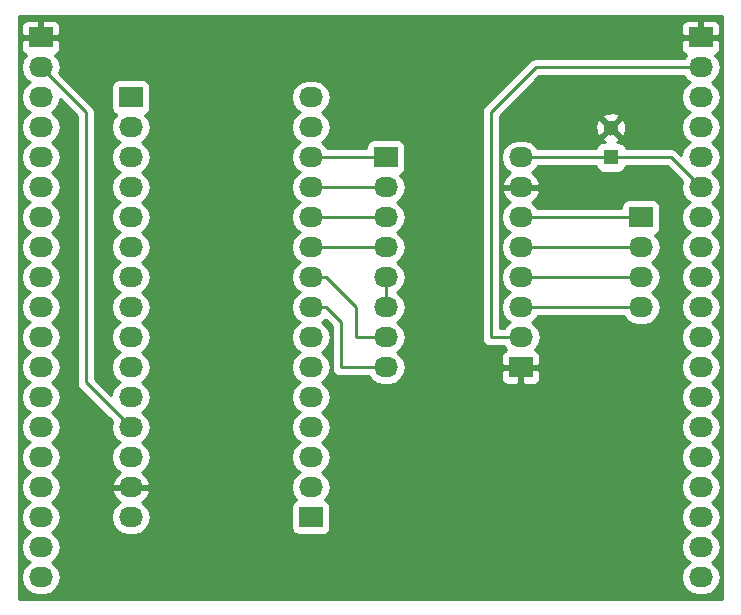
<source format=gbr>
G04 #@! TF.FileFunction,Copper,L1,Top,Signal*
%FSLAX46Y46*%
G04 Gerber Fmt 4.6, Leading zero omitted, Abs format (unit mm)*
G04 Created by KiCad (PCBNEW 4.0.3+e1-6302~38~ubuntu16.04.1-stable) date Tue Aug 16 16:01:47 2016*
%MOMM*%
%LPD*%
G01*
G04 APERTURE LIST*
%ADD10C,0.100000*%
%ADD11R,1.300000X1.300000*%
%ADD12C,1.300000*%
%ADD13R,2.032000X1.727200*%
%ADD14O,2.032000X1.727200*%
%ADD15C,0.250000*%
%ADD16C,0.254000*%
G04 APERTURE END LIST*
D10*
D11*
X99060000Y-66040000D03*
D12*
X99060000Y-63540000D03*
D13*
X50800000Y-55880000D03*
D14*
X50800000Y-58420000D03*
X50800000Y-60960000D03*
X50800000Y-63500000D03*
X50800000Y-66040000D03*
X50800000Y-68580000D03*
X50800000Y-71120000D03*
X50800000Y-73660000D03*
X50800000Y-76200000D03*
X50800000Y-78740000D03*
X50800000Y-81280000D03*
X50800000Y-83820000D03*
X50800000Y-86360000D03*
X50800000Y-88900000D03*
X50800000Y-91440000D03*
X50800000Y-93980000D03*
X50800000Y-96520000D03*
X50800000Y-99060000D03*
X50800000Y-101600000D03*
D13*
X58420000Y-60960000D03*
D14*
X58420000Y-63500000D03*
X58420000Y-66040000D03*
X58420000Y-68580000D03*
X58420000Y-71120000D03*
X58420000Y-73660000D03*
X58420000Y-76200000D03*
X58420000Y-78740000D03*
X58420000Y-81280000D03*
X58420000Y-83820000D03*
X58420000Y-86360000D03*
X58420000Y-88900000D03*
X58420000Y-91440000D03*
X58420000Y-93980000D03*
X58420000Y-96520000D03*
D13*
X73660000Y-96520000D03*
D14*
X73660000Y-93980000D03*
X73660000Y-91440000D03*
X73660000Y-88900000D03*
X73660000Y-86360000D03*
X73660000Y-83820000D03*
X73660000Y-81280000D03*
X73660000Y-78740000D03*
X73660000Y-76200000D03*
X73660000Y-73660000D03*
X73660000Y-71120000D03*
X73660000Y-68580000D03*
X73660000Y-66040000D03*
X73660000Y-63500000D03*
X73660000Y-60960000D03*
D13*
X80010000Y-66040000D03*
D14*
X80010000Y-68580000D03*
X80010000Y-71120000D03*
X80010000Y-73660000D03*
X80010000Y-76200000D03*
X80010000Y-78740000D03*
X80010000Y-81280000D03*
X80010000Y-83820000D03*
D13*
X91440000Y-83820000D03*
D14*
X91440000Y-81280000D03*
X91440000Y-78740000D03*
X91440000Y-76200000D03*
X91440000Y-73660000D03*
X91440000Y-71120000D03*
X91440000Y-68580000D03*
X91440000Y-66040000D03*
D13*
X101600000Y-71120000D03*
D14*
X101600000Y-73660000D03*
X101600000Y-76200000D03*
X101600000Y-78740000D03*
D13*
X106680000Y-55880000D03*
D14*
X106680000Y-58420000D03*
X106680000Y-60960000D03*
X106680000Y-63500000D03*
X106680000Y-66040000D03*
X106680000Y-68580000D03*
X106680000Y-71120000D03*
X106680000Y-73660000D03*
X106680000Y-76200000D03*
X106680000Y-78740000D03*
X106680000Y-81280000D03*
X106680000Y-83820000D03*
X106680000Y-86360000D03*
X106680000Y-88900000D03*
X106680000Y-91440000D03*
X106680000Y-93980000D03*
X106680000Y-96520000D03*
X106680000Y-99060000D03*
X106680000Y-101600000D03*
D15*
X99060000Y-66040000D02*
X104140000Y-66040000D01*
X104140000Y-66040000D02*
X106680000Y-68580000D01*
X91440000Y-66040000D02*
X99060000Y-66040000D01*
X50800000Y-58420000D02*
X54610000Y-62230000D01*
X54610000Y-85090000D02*
X58420000Y-88900000D01*
X54610000Y-62230000D02*
X54610000Y-85090000D01*
X73660000Y-78740000D02*
X74930000Y-78740000D01*
X76200000Y-83820000D02*
X80010000Y-83820000D01*
X76200000Y-80010000D02*
X76200000Y-83820000D01*
X74930000Y-78740000D02*
X76200000Y-80010000D01*
X73660000Y-76200000D02*
X74930000Y-76200000D01*
X77470000Y-81280000D02*
X80010000Y-81280000D01*
X77470000Y-78740000D02*
X77470000Y-81280000D01*
X74930000Y-76200000D02*
X77470000Y-78740000D01*
X73660000Y-73660000D02*
X80010000Y-73660000D01*
X73660000Y-71120000D02*
X80010000Y-71120000D01*
X73660000Y-68580000D02*
X80010000Y-68580000D01*
X73660000Y-66040000D02*
X80010000Y-66040000D01*
X80010000Y-76200000D02*
X80010000Y-78740000D01*
X91440000Y-81280000D02*
X88900000Y-81280000D01*
X92710000Y-58420000D02*
X106680000Y-58420000D01*
X88900000Y-62230000D02*
X92710000Y-58420000D01*
X88900000Y-81280000D02*
X88900000Y-62230000D01*
X91440000Y-78740000D02*
X101600000Y-78740000D01*
X91440000Y-76200000D02*
X101600000Y-76200000D01*
X91440000Y-73660000D02*
X101600000Y-73660000D01*
X91440000Y-71120000D02*
X101600000Y-71120000D01*
D16*
G36*
X108510000Y-103430000D02*
X48970000Y-103430000D01*
X48970000Y-58420000D01*
X49116655Y-58420000D01*
X49230729Y-58993489D01*
X49555585Y-59479670D01*
X49870366Y-59690000D01*
X49555585Y-59900330D01*
X49230729Y-60386511D01*
X49116655Y-60960000D01*
X49230729Y-61533489D01*
X49555585Y-62019670D01*
X49870366Y-62230000D01*
X49555585Y-62440330D01*
X49230729Y-62926511D01*
X49116655Y-63500000D01*
X49230729Y-64073489D01*
X49555585Y-64559670D01*
X49870366Y-64770000D01*
X49555585Y-64980330D01*
X49230729Y-65466511D01*
X49116655Y-66040000D01*
X49230729Y-66613489D01*
X49555585Y-67099670D01*
X49870366Y-67310000D01*
X49555585Y-67520330D01*
X49230729Y-68006511D01*
X49116655Y-68580000D01*
X49230729Y-69153489D01*
X49555585Y-69639670D01*
X49870366Y-69850000D01*
X49555585Y-70060330D01*
X49230729Y-70546511D01*
X49116655Y-71120000D01*
X49230729Y-71693489D01*
X49555585Y-72179670D01*
X49870366Y-72390000D01*
X49555585Y-72600330D01*
X49230729Y-73086511D01*
X49116655Y-73660000D01*
X49230729Y-74233489D01*
X49555585Y-74719670D01*
X49870366Y-74930000D01*
X49555585Y-75140330D01*
X49230729Y-75626511D01*
X49116655Y-76200000D01*
X49230729Y-76773489D01*
X49555585Y-77259670D01*
X49870366Y-77470000D01*
X49555585Y-77680330D01*
X49230729Y-78166511D01*
X49116655Y-78740000D01*
X49230729Y-79313489D01*
X49555585Y-79799670D01*
X49870366Y-80010000D01*
X49555585Y-80220330D01*
X49230729Y-80706511D01*
X49116655Y-81280000D01*
X49230729Y-81853489D01*
X49555585Y-82339670D01*
X49870366Y-82550000D01*
X49555585Y-82760330D01*
X49230729Y-83246511D01*
X49116655Y-83820000D01*
X49230729Y-84393489D01*
X49555585Y-84879670D01*
X49870366Y-85090000D01*
X49555585Y-85300330D01*
X49230729Y-85786511D01*
X49116655Y-86360000D01*
X49230729Y-86933489D01*
X49555585Y-87419670D01*
X49870366Y-87630000D01*
X49555585Y-87840330D01*
X49230729Y-88326511D01*
X49116655Y-88900000D01*
X49230729Y-89473489D01*
X49555585Y-89959670D01*
X49870366Y-90170000D01*
X49555585Y-90380330D01*
X49230729Y-90866511D01*
X49116655Y-91440000D01*
X49230729Y-92013489D01*
X49555585Y-92499670D01*
X49870366Y-92710000D01*
X49555585Y-92920330D01*
X49230729Y-93406511D01*
X49116655Y-93980000D01*
X49230729Y-94553489D01*
X49555585Y-95039670D01*
X49870366Y-95250000D01*
X49555585Y-95460330D01*
X49230729Y-95946511D01*
X49116655Y-96520000D01*
X49230729Y-97093489D01*
X49555585Y-97579670D01*
X49870366Y-97790000D01*
X49555585Y-98000330D01*
X49230729Y-98486511D01*
X49116655Y-99060000D01*
X49230729Y-99633489D01*
X49555585Y-100119670D01*
X49870366Y-100330000D01*
X49555585Y-100540330D01*
X49230729Y-101026511D01*
X49116655Y-101600000D01*
X49230729Y-102173489D01*
X49555585Y-102659670D01*
X50041766Y-102984526D01*
X50615255Y-103098600D01*
X50984745Y-103098600D01*
X51558234Y-102984526D01*
X52044415Y-102659670D01*
X52369271Y-102173489D01*
X52483345Y-101600000D01*
X52369271Y-101026511D01*
X52044415Y-100540330D01*
X51729634Y-100330000D01*
X52044415Y-100119670D01*
X52369271Y-99633489D01*
X52483345Y-99060000D01*
X52369271Y-98486511D01*
X52044415Y-98000330D01*
X51729634Y-97790000D01*
X52044415Y-97579670D01*
X52369271Y-97093489D01*
X52483345Y-96520000D01*
X56736655Y-96520000D01*
X56850729Y-97093489D01*
X57175585Y-97579670D01*
X57661766Y-97904526D01*
X58235255Y-98018600D01*
X58604745Y-98018600D01*
X59178234Y-97904526D01*
X59664415Y-97579670D01*
X59989271Y-97093489D01*
X60103345Y-96520000D01*
X59989271Y-95946511D01*
X59664415Y-95460330D01*
X59354931Y-95253539D01*
X59770732Y-94882036D01*
X60024709Y-94354791D01*
X60027358Y-94339026D01*
X59906217Y-94107000D01*
X58547000Y-94107000D01*
X58547000Y-94127000D01*
X58293000Y-94127000D01*
X58293000Y-94107000D01*
X56933783Y-94107000D01*
X56812642Y-94339026D01*
X56815291Y-94354791D01*
X57069268Y-94882036D01*
X57485069Y-95253539D01*
X57175585Y-95460330D01*
X56850729Y-95946511D01*
X56736655Y-96520000D01*
X52483345Y-96520000D01*
X52369271Y-95946511D01*
X52044415Y-95460330D01*
X51729634Y-95250000D01*
X52044415Y-95039670D01*
X52369271Y-94553489D01*
X52483345Y-93980000D01*
X52369271Y-93406511D01*
X52044415Y-92920330D01*
X51729634Y-92710000D01*
X52044415Y-92499670D01*
X52369271Y-92013489D01*
X52483345Y-91440000D01*
X52369271Y-90866511D01*
X52044415Y-90380330D01*
X51729634Y-90170000D01*
X52044415Y-89959670D01*
X52369271Y-89473489D01*
X52483345Y-88900000D01*
X52369271Y-88326511D01*
X52044415Y-87840330D01*
X51729634Y-87630000D01*
X52044415Y-87419670D01*
X52369271Y-86933489D01*
X52483345Y-86360000D01*
X52369271Y-85786511D01*
X52044415Y-85300330D01*
X51729634Y-85090000D01*
X52044415Y-84879670D01*
X52369271Y-84393489D01*
X52483345Y-83820000D01*
X52369271Y-83246511D01*
X52044415Y-82760330D01*
X51729634Y-82550000D01*
X52044415Y-82339670D01*
X52369271Y-81853489D01*
X52483345Y-81280000D01*
X52369271Y-80706511D01*
X52044415Y-80220330D01*
X51729634Y-80010000D01*
X52044415Y-79799670D01*
X52369271Y-79313489D01*
X52483345Y-78740000D01*
X52369271Y-78166511D01*
X52044415Y-77680330D01*
X51729634Y-77470000D01*
X52044415Y-77259670D01*
X52369271Y-76773489D01*
X52483345Y-76200000D01*
X52369271Y-75626511D01*
X52044415Y-75140330D01*
X51729634Y-74930000D01*
X52044415Y-74719670D01*
X52369271Y-74233489D01*
X52483345Y-73660000D01*
X52369271Y-73086511D01*
X52044415Y-72600330D01*
X51729634Y-72390000D01*
X52044415Y-72179670D01*
X52369271Y-71693489D01*
X52483345Y-71120000D01*
X52369271Y-70546511D01*
X52044415Y-70060330D01*
X51729634Y-69850000D01*
X52044415Y-69639670D01*
X52369271Y-69153489D01*
X52483345Y-68580000D01*
X52369271Y-68006511D01*
X52044415Y-67520330D01*
X51729634Y-67310000D01*
X52044415Y-67099670D01*
X52369271Y-66613489D01*
X52483345Y-66040000D01*
X52369271Y-65466511D01*
X52044415Y-64980330D01*
X51729634Y-64770000D01*
X52044415Y-64559670D01*
X52369271Y-64073489D01*
X52483345Y-63500000D01*
X52369271Y-62926511D01*
X52044415Y-62440330D01*
X51729634Y-62230000D01*
X52044415Y-62019670D01*
X52369271Y-61533489D01*
X52447152Y-61141954D01*
X53850000Y-62544802D01*
X53850000Y-85090000D01*
X53907852Y-85380839D01*
X54072599Y-85627401D01*
X56837619Y-88392421D01*
X56736655Y-88900000D01*
X56850729Y-89473489D01*
X57175585Y-89959670D01*
X57490366Y-90170000D01*
X57175585Y-90380330D01*
X56850729Y-90866511D01*
X56736655Y-91440000D01*
X56850729Y-92013489D01*
X57175585Y-92499670D01*
X57485069Y-92706461D01*
X57069268Y-93077964D01*
X56815291Y-93605209D01*
X56812642Y-93620974D01*
X56933783Y-93853000D01*
X58293000Y-93853000D01*
X58293000Y-93833000D01*
X58547000Y-93833000D01*
X58547000Y-93853000D01*
X59906217Y-93853000D01*
X60027358Y-93620974D01*
X60024709Y-93605209D01*
X59770732Y-93077964D01*
X59354931Y-92706461D01*
X59664415Y-92499670D01*
X59989271Y-92013489D01*
X60103345Y-91440000D01*
X59989271Y-90866511D01*
X59664415Y-90380330D01*
X59349634Y-90170000D01*
X59664415Y-89959670D01*
X59989271Y-89473489D01*
X60103345Y-88900000D01*
X59989271Y-88326511D01*
X59664415Y-87840330D01*
X59349634Y-87630000D01*
X59664415Y-87419670D01*
X59989271Y-86933489D01*
X60103345Y-86360000D01*
X59989271Y-85786511D01*
X59664415Y-85300330D01*
X59349634Y-85090000D01*
X59664415Y-84879670D01*
X59989271Y-84393489D01*
X60103345Y-83820000D01*
X59989271Y-83246511D01*
X59664415Y-82760330D01*
X59349634Y-82550000D01*
X59664415Y-82339670D01*
X59989271Y-81853489D01*
X60103345Y-81280000D01*
X59989271Y-80706511D01*
X59664415Y-80220330D01*
X59349634Y-80010000D01*
X59664415Y-79799670D01*
X59989271Y-79313489D01*
X60103345Y-78740000D01*
X59989271Y-78166511D01*
X59664415Y-77680330D01*
X59349634Y-77470000D01*
X59664415Y-77259670D01*
X59989271Y-76773489D01*
X60103345Y-76200000D01*
X59989271Y-75626511D01*
X59664415Y-75140330D01*
X59349634Y-74930000D01*
X59664415Y-74719670D01*
X59989271Y-74233489D01*
X60103345Y-73660000D01*
X59989271Y-73086511D01*
X59664415Y-72600330D01*
X59349634Y-72390000D01*
X59664415Y-72179670D01*
X59989271Y-71693489D01*
X60103345Y-71120000D01*
X59989271Y-70546511D01*
X59664415Y-70060330D01*
X59349634Y-69850000D01*
X59664415Y-69639670D01*
X59989271Y-69153489D01*
X60103345Y-68580000D01*
X59989271Y-68006511D01*
X59664415Y-67520330D01*
X59349634Y-67310000D01*
X59664415Y-67099670D01*
X59989271Y-66613489D01*
X60103345Y-66040000D01*
X59989271Y-65466511D01*
X59664415Y-64980330D01*
X59349634Y-64770000D01*
X59664415Y-64559670D01*
X59989271Y-64073489D01*
X60103345Y-63500000D01*
X59989271Y-62926511D01*
X59664415Y-62440330D01*
X59650087Y-62430757D01*
X59671317Y-62426762D01*
X59887441Y-62287690D01*
X60032431Y-62075490D01*
X60083440Y-61823600D01*
X60083440Y-60960000D01*
X71976655Y-60960000D01*
X72090729Y-61533489D01*
X72415585Y-62019670D01*
X72730366Y-62230000D01*
X72415585Y-62440330D01*
X72090729Y-62926511D01*
X71976655Y-63500000D01*
X72090729Y-64073489D01*
X72415585Y-64559670D01*
X72730366Y-64770000D01*
X72415585Y-64980330D01*
X72090729Y-65466511D01*
X71976655Y-66040000D01*
X72090729Y-66613489D01*
X72415585Y-67099670D01*
X72730366Y-67310000D01*
X72415585Y-67520330D01*
X72090729Y-68006511D01*
X71976655Y-68580000D01*
X72090729Y-69153489D01*
X72415585Y-69639670D01*
X72730366Y-69850000D01*
X72415585Y-70060330D01*
X72090729Y-70546511D01*
X71976655Y-71120000D01*
X72090729Y-71693489D01*
X72415585Y-72179670D01*
X72730366Y-72390000D01*
X72415585Y-72600330D01*
X72090729Y-73086511D01*
X71976655Y-73660000D01*
X72090729Y-74233489D01*
X72415585Y-74719670D01*
X72730366Y-74930000D01*
X72415585Y-75140330D01*
X72090729Y-75626511D01*
X71976655Y-76200000D01*
X72090729Y-76773489D01*
X72415585Y-77259670D01*
X72730366Y-77470000D01*
X72415585Y-77680330D01*
X72090729Y-78166511D01*
X71976655Y-78740000D01*
X72090729Y-79313489D01*
X72415585Y-79799670D01*
X72730366Y-80010000D01*
X72415585Y-80220330D01*
X72090729Y-80706511D01*
X71976655Y-81280000D01*
X72090729Y-81853489D01*
X72415585Y-82339670D01*
X72730366Y-82550000D01*
X72415585Y-82760330D01*
X72090729Y-83246511D01*
X71976655Y-83820000D01*
X72090729Y-84393489D01*
X72415585Y-84879670D01*
X72730366Y-85090000D01*
X72415585Y-85300330D01*
X72090729Y-85786511D01*
X71976655Y-86360000D01*
X72090729Y-86933489D01*
X72415585Y-87419670D01*
X72730366Y-87630000D01*
X72415585Y-87840330D01*
X72090729Y-88326511D01*
X71976655Y-88900000D01*
X72090729Y-89473489D01*
X72415585Y-89959670D01*
X72730366Y-90170000D01*
X72415585Y-90380330D01*
X72090729Y-90866511D01*
X71976655Y-91440000D01*
X72090729Y-92013489D01*
X72415585Y-92499670D01*
X72730366Y-92710000D01*
X72415585Y-92920330D01*
X72090729Y-93406511D01*
X71976655Y-93980000D01*
X72090729Y-94553489D01*
X72415585Y-95039670D01*
X72429913Y-95049243D01*
X72408683Y-95053238D01*
X72192559Y-95192310D01*
X72047569Y-95404510D01*
X71996560Y-95656400D01*
X71996560Y-97383600D01*
X72040838Y-97618917D01*
X72179910Y-97835041D01*
X72392110Y-97980031D01*
X72644000Y-98031040D01*
X74676000Y-98031040D01*
X74911317Y-97986762D01*
X75127441Y-97847690D01*
X75272431Y-97635490D01*
X75323440Y-97383600D01*
X75323440Y-95656400D01*
X75279162Y-95421083D01*
X75140090Y-95204959D01*
X74927890Y-95059969D01*
X74886561Y-95051600D01*
X74904415Y-95039670D01*
X75229271Y-94553489D01*
X75343345Y-93980000D01*
X75229271Y-93406511D01*
X74904415Y-92920330D01*
X74589634Y-92710000D01*
X74904415Y-92499670D01*
X75229271Y-92013489D01*
X75343345Y-91440000D01*
X75229271Y-90866511D01*
X74904415Y-90380330D01*
X74589634Y-90170000D01*
X74904415Y-89959670D01*
X75229271Y-89473489D01*
X75343345Y-88900000D01*
X75229271Y-88326511D01*
X74904415Y-87840330D01*
X74589634Y-87630000D01*
X74904415Y-87419670D01*
X75229271Y-86933489D01*
X75343345Y-86360000D01*
X75229271Y-85786511D01*
X74904415Y-85300330D01*
X74589634Y-85090000D01*
X74904415Y-84879670D01*
X75229271Y-84393489D01*
X75343345Y-83820000D01*
X75229271Y-83246511D01*
X74904415Y-82760330D01*
X74589634Y-82550000D01*
X74904415Y-82339670D01*
X75229271Y-81853489D01*
X75343345Y-81280000D01*
X75229271Y-80706511D01*
X74904415Y-80220330D01*
X74589634Y-80010000D01*
X74904415Y-79799670D01*
X74908602Y-79793404D01*
X75440000Y-80324802D01*
X75440000Y-83820000D01*
X75497852Y-84110839D01*
X75662599Y-84357401D01*
X75909161Y-84522148D01*
X76200000Y-84580000D01*
X78565352Y-84580000D01*
X78765585Y-84879670D01*
X79251766Y-85204526D01*
X79825255Y-85318600D01*
X80194745Y-85318600D01*
X80768234Y-85204526D01*
X81254415Y-84879670D01*
X81579271Y-84393489D01*
X81636505Y-84105750D01*
X89789000Y-84105750D01*
X89789000Y-84809909D01*
X89885673Y-85043298D01*
X90064301Y-85221927D01*
X90297690Y-85318600D01*
X91154250Y-85318600D01*
X91313000Y-85159850D01*
X91313000Y-83947000D01*
X91567000Y-83947000D01*
X91567000Y-85159850D01*
X91725750Y-85318600D01*
X92582310Y-85318600D01*
X92815699Y-85221927D01*
X92994327Y-85043298D01*
X93091000Y-84809909D01*
X93091000Y-84105750D01*
X92932250Y-83947000D01*
X91567000Y-83947000D01*
X91313000Y-83947000D01*
X89947750Y-83947000D01*
X89789000Y-84105750D01*
X81636505Y-84105750D01*
X81693345Y-83820000D01*
X81579271Y-83246511D01*
X81254415Y-82760330D01*
X80939634Y-82550000D01*
X81254415Y-82339670D01*
X81579271Y-81853489D01*
X81693345Y-81280000D01*
X81579271Y-80706511D01*
X81254415Y-80220330D01*
X80939634Y-80010000D01*
X81254415Y-79799670D01*
X81579271Y-79313489D01*
X81693345Y-78740000D01*
X81579271Y-78166511D01*
X81254415Y-77680330D01*
X80939634Y-77470000D01*
X81254415Y-77259670D01*
X81579271Y-76773489D01*
X81693345Y-76200000D01*
X81579271Y-75626511D01*
X81254415Y-75140330D01*
X80939634Y-74930000D01*
X81254415Y-74719670D01*
X81579271Y-74233489D01*
X81693345Y-73660000D01*
X81579271Y-73086511D01*
X81254415Y-72600330D01*
X80939634Y-72390000D01*
X81254415Y-72179670D01*
X81579271Y-71693489D01*
X81693345Y-71120000D01*
X81579271Y-70546511D01*
X81254415Y-70060330D01*
X80939634Y-69850000D01*
X81254415Y-69639670D01*
X81579271Y-69153489D01*
X81693345Y-68580000D01*
X81579271Y-68006511D01*
X81254415Y-67520330D01*
X81240087Y-67510757D01*
X81261317Y-67506762D01*
X81477441Y-67367690D01*
X81622431Y-67155490D01*
X81673440Y-66903600D01*
X81673440Y-65176400D01*
X81629162Y-64941083D01*
X81490090Y-64724959D01*
X81277890Y-64579969D01*
X81026000Y-64528960D01*
X78994000Y-64528960D01*
X78758683Y-64573238D01*
X78542559Y-64712310D01*
X78397569Y-64924510D01*
X78346560Y-65176400D01*
X78346560Y-65280000D01*
X75104648Y-65280000D01*
X74904415Y-64980330D01*
X74589634Y-64770000D01*
X74904415Y-64559670D01*
X75229271Y-64073489D01*
X75343345Y-63500000D01*
X75229271Y-62926511D01*
X74904415Y-62440330D01*
X74589634Y-62230000D01*
X88140000Y-62230000D01*
X88140000Y-81280000D01*
X88197852Y-81570839D01*
X88362599Y-81817401D01*
X88609161Y-81982148D01*
X88900000Y-82040000D01*
X89995352Y-82040000D01*
X90195585Y-82339670D01*
X90217780Y-82354500D01*
X90064301Y-82418073D01*
X89885673Y-82596702D01*
X89789000Y-82830091D01*
X89789000Y-83534250D01*
X89947750Y-83693000D01*
X91313000Y-83693000D01*
X91313000Y-83673000D01*
X91567000Y-83673000D01*
X91567000Y-83693000D01*
X92932250Y-83693000D01*
X93091000Y-83534250D01*
X93091000Y-82830091D01*
X92994327Y-82596702D01*
X92815699Y-82418073D01*
X92662220Y-82354500D01*
X92684415Y-82339670D01*
X93009271Y-81853489D01*
X93123345Y-81280000D01*
X93009271Y-80706511D01*
X92684415Y-80220330D01*
X92369634Y-80010000D01*
X92684415Y-79799670D01*
X92884648Y-79500000D01*
X100155352Y-79500000D01*
X100355585Y-79799670D01*
X100841766Y-80124526D01*
X101415255Y-80238600D01*
X101784745Y-80238600D01*
X102358234Y-80124526D01*
X102844415Y-79799670D01*
X103169271Y-79313489D01*
X103283345Y-78740000D01*
X103169271Y-78166511D01*
X102844415Y-77680330D01*
X102529634Y-77470000D01*
X102844415Y-77259670D01*
X103169271Y-76773489D01*
X103283345Y-76200000D01*
X103169271Y-75626511D01*
X102844415Y-75140330D01*
X102529634Y-74930000D01*
X102844415Y-74719670D01*
X103169271Y-74233489D01*
X103283345Y-73660000D01*
X103169271Y-73086511D01*
X102844415Y-72600330D01*
X102830087Y-72590757D01*
X102851317Y-72586762D01*
X103067441Y-72447690D01*
X103212431Y-72235490D01*
X103263440Y-71983600D01*
X103263440Y-70256400D01*
X103219162Y-70021083D01*
X103080090Y-69804959D01*
X102867890Y-69659969D01*
X102616000Y-69608960D01*
X100584000Y-69608960D01*
X100348683Y-69653238D01*
X100132559Y-69792310D01*
X99987569Y-70004510D01*
X99936560Y-70256400D01*
X99936560Y-70360000D01*
X92884648Y-70360000D01*
X92684415Y-70060330D01*
X92374931Y-69853539D01*
X92790732Y-69482036D01*
X93044709Y-68954791D01*
X93047358Y-68939026D01*
X92926217Y-68707000D01*
X91567000Y-68707000D01*
X91567000Y-68727000D01*
X91313000Y-68727000D01*
X91313000Y-68707000D01*
X89953783Y-68707000D01*
X89832642Y-68939026D01*
X89835291Y-68954791D01*
X90089268Y-69482036D01*
X90505069Y-69853539D01*
X90195585Y-70060330D01*
X89870729Y-70546511D01*
X89756655Y-71120000D01*
X89870729Y-71693489D01*
X90195585Y-72179670D01*
X90510366Y-72390000D01*
X90195585Y-72600330D01*
X89870729Y-73086511D01*
X89756655Y-73660000D01*
X89870729Y-74233489D01*
X90195585Y-74719670D01*
X90510366Y-74930000D01*
X90195585Y-75140330D01*
X89870729Y-75626511D01*
X89756655Y-76200000D01*
X89870729Y-76773489D01*
X90195585Y-77259670D01*
X90510366Y-77470000D01*
X90195585Y-77680330D01*
X89870729Y-78166511D01*
X89756655Y-78740000D01*
X89870729Y-79313489D01*
X90195585Y-79799670D01*
X90510366Y-80010000D01*
X90195585Y-80220330D01*
X89995352Y-80520000D01*
X89660000Y-80520000D01*
X89660000Y-63359078D01*
X97762378Y-63359078D01*
X97791917Y-63869428D01*
X97930389Y-64203729D01*
X98160984Y-64259410D01*
X98880395Y-63540000D01*
X99239605Y-63540000D01*
X99959016Y-64259410D01*
X100189611Y-64203729D01*
X100357622Y-63720922D01*
X100328083Y-63210572D01*
X100189611Y-62876271D01*
X99959016Y-62820590D01*
X99239605Y-63540000D01*
X98880395Y-63540000D01*
X98160984Y-62820590D01*
X97930389Y-62876271D01*
X97762378Y-63359078D01*
X89660000Y-63359078D01*
X89660000Y-62640984D01*
X98340590Y-62640984D01*
X99060000Y-63360395D01*
X99779410Y-62640984D01*
X99723729Y-62410389D01*
X99240922Y-62242378D01*
X98730572Y-62271917D01*
X98396271Y-62410389D01*
X98340590Y-62640984D01*
X89660000Y-62640984D01*
X89660000Y-62544802D01*
X93024802Y-59180000D01*
X105235352Y-59180000D01*
X105435585Y-59479670D01*
X105750366Y-59690000D01*
X105435585Y-59900330D01*
X105110729Y-60386511D01*
X104996655Y-60960000D01*
X105110729Y-61533489D01*
X105435585Y-62019670D01*
X105750366Y-62230000D01*
X105435585Y-62440330D01*
X105110729Y-62926511D01*
X104996655Y-63500000D01*
X105110729Y-64073489D01*
X105435585Y-64559670D01*
X105750366Y-64770000D01*
X105435585Y-64980330D01*
X105110729Y-65466511D01*
X105032848Y-65858046D01*
X104677401Y-65502599D01*
X104430839Y-65337852D01*
X104140000Y-65280000D01*
X100336742Y-65280000D01*
X100313162Y-65154683D01*
X100174090Y-64938559D01*
X99961890Y-64793569D01*
X99710000Y-64742560D01*
X99547615Y-64742560D01*
X99723729Y-64669611D01*
X99779410Y-64439016D01*
X99060000Y-63719605D01*
X98340590Y-64439016D01*
X98396271Y-64669611D01*
X98605902Y-64742560D01*
X98410000Y-64742560D01*
X98174683Y-64786838D01*
X97958559Y-64925910D01*
X97813569Y-65138110D01*
X97784836Y-65280000D01*
X92884648Y-65280000D01*
X92684415Y-64980330D01*
X92198234Y-64655474D01*
X91624745Y-64541400D01*
X91255255Y-64541400D01*
X90681766Y-64655474D01*
X90195585Y-64980330D01*
X89870729Y-65466511D01*
X89756655Y-66040000D01*
X89870729Y-66613489D01*
X90195585Y-67099670D01*
X90505069Y-67306461D01*
X90089268Y-67677964D01*
X89835291Y-68205209D01*
X89832642Y-68220974D01*
X89953783Y-68453000D01*
X91313000Y-68453000D01*
X91313000Y-68433000D01*
X91567000Y-68433000D01*
X91567000Y-68453000D01*
X92926217Y-68453000D01*
X93047358Y-68220974D01*
X93044709Y-68205209D01*
X92790732Y-67677964D01*
X92374931Y-67306461D01*
X92684415Y-67099670D01*
X92884648Y-66800000D01*
X97783258Y-66800000D01*
X97806838Y-66925317D01*
X97945910Y-67141441D01*
X98158110Y-67286431D01*
X98410000Y-67337440D01*
X99710000Y-67337440D01*
X99945317Y-67293162D01*
X100161441Y-67154090D01*
X100306431Y-66941890D01*
X100335164Y-66800000D01*
X103825198Y-66800000D01*
X105097619Y-68072421D01*
X104996655Y-68580000D01*
X105110729Y-69153489D01*
X105435585Y-69639670D01*
X105750366Y-69850000D01*
X105435585Y-70060330D01*
X105110729Y-70546511D01*
X104996655Y-71120000D01*
X105110729Y-71693489D01*
X105435585Y-72179670D01*
X105750366Y-72390000D01*
X105435585Y-72600330D01*
X105110729Y-73086511D01*
X104996655Y-73660000D01*
X105110729Y-74233489D01*
X105435585Y-74719670D01*
X105750366Y-74930000D01*
X105435585Y-75140330D01*
X105110729Y-75626511D01*
X104996655Y-76200000D01*
X105110729Y-76773489D01*
X105435585Y-77259670D01*
X105750366Y-77470000D01*
X105435585Y-77680330D01*
X105110729Y-78166511D01*
X104996655Y-78740000D01*
X105110729Y-79313489D01*
X105435585Y-79799670D01*
X105750366Y-80010000D01*
X105435585Y-80220330D01*
X105110729Y-80706511D01*
X104996655Y-81280000D01*
X105110729Y-81853489D01*
X105435585Y-82339670D01*
X105750366Y-82550000D01*
X105435585Y-82760330D01*
X105110729Y-83246511D01*
X104996655Y-83820000D01*
X105110729Y-84393489D01*
X105435585Y-84879670D01*
X105750366Y-85090000D01*
X105435585Y-85300330D01*
X105110729Y-85786511D01*
X104996655Y-86360000D01*
X105110729Y-86933489D01*
X105435585Y-87419670D01*
X105750366Y-87630000D01*
X105435585Y-87840330D01*
X105110729Y-88326511D01*
X104996655Y-88900000D01*
X105110729Y-89473489D01*
X105435585Y-89959670D01*
X105750366Y-90170000D01*
X105435585Y-90380330D01*
X105110729Y-90866511D01*
X104996655Y-91440000D01*
X105110729Y-92013489D01*
X105435585Y-92499670D01*
X105750366Y-92710000D01*
X105435585Y-92920330D01*
X105110729Y-93406511D01*
X104996655Y-93980000D01*
X105110729Y-94553489D01*
X105435585Y-95039670D01*
X105750366Y-95250000D01*
X105435585Y-95460330D01*
X105110729Y-95946511D01*
X104996655Y-96520000D01*
X105110729Y-97093489D01*
X105435585Y-97579670D01*
X105750366Y-97790000D01*
X105435585Y-98000330D01*
X105110729Y-98486511D01*
X104996655Y-99060000D01*
X105110729Y-99633489D01*
X105435585Y-100119670D01*
X105750366Y-100330000D01*
X105435585Y-100540330D01*
X105110729Y-101026511D01*
X104996655Y-101600000D01*
X105110729Y-102173489D01*
X105435585Y-102659670D01*
X105921766Y-102984526D01*
X106495255Y-103098600D01*
X106864745Y-103098600D01*
X107438234Y-102984526D01*
X107924415Y-102659670D01*
X108249271Y-102173489D01*
X108363345Y-101600000D01*
X108249271Y-101026511D01*
X107924415Y-100540330D01*
X107609634Y-100330000D01*
X107924415Y-100119670D01*
X108249271Y-99633489D01*
X108363345Y-99060000D01*
X108249271Y-98486511D01*
X107924415Y-98000330D01*
X107609634Y-97790000D01*
X107924415Y-97579670D01*
X108249271Y-97093489D01*
X108363345Y-96520000D01*
X108249271Y-95946511D01*
X107924415Y-95460330D01*
X107609634Y-95250000D01*
X107924415Y-95039670D01*
X108249271Y-94553489D01*
X108363345Y-93980000D01*
X108249271Y-93406511D01*
X107924415Y-92920330D01*
X107609634Y-92710000D01*
X107924415Y-92499670D01*
X108249271Y-92013489D01*
X108363345Y-91440000D01*
X108249271Y-90866511D01*
X107924415Y-90380330D01*
X107609634Y-90170000D01*
X107924415Y-89959670D01*
X108249271Y-89473489D01*
X108363345Y-88900000D01*
X108249271Y-88326511D01*
X107924415Y-87840330D01*
X107609634Y-87630000D01*
X107924415Y-87419670D01*
X108249271Y-86933489D01*
X108363345Y-86360000D01*
X108249271Y-85786511D01*
X107924415Y-85300330D01*
X107609634Y-85090000D01*
X107924415Y-84879670D01*
X108249271Y-84393489D01*
X108363345Y-83820000D01*
X108249271Y-83246511D01*
X107924415Y-82760330D01*
X107609634Y-82550000D01*
X107924415Y-82339670D01*
X108249271Y-81853489D01*
X108363345Y-81280000D01*
X108249271Y-80706511D01*
X107924415Y-80220330D01*
X107609634Y-80010000D01*
X107924415Y-79799670D01*
X108249271Y-79313489D01*
X108363345Y-78740000D01*
X108249271Y-78166511D01*
X107924415Y-77680330D01*
X107609634Y-77470000D01*
X107924415Y-77259670D01*
X108249271Y-76773489D01*
X108363345Y-76200000D01*
X108249271Y-75626511D01*
X107924415Y-75140330D01*
X107609634Y-74930000D01*
X107924415Y-74719670D01*
X108249271Y-74233489D01*
X108363345Y-73660000D01*
X108249271Y-73086511D01*
X107924415Y-72600330D01*
X107609634Y-72390000D01*
X107924415Y-72179670D01*
X108249271Y-71693489D01*
X108363345Y-71120000D01*
X108249271Y-70546511D01*
X107924415Y-70060330D01*
X107609634Y-69850000D01*
X107924415Y-69639670D01*
X108249271Y-69153489D01*
X108363345Y-68580000D01*
X108249271Y-68006511D01*
X107924415Y-67520330D01*
X107609634Y-67310000D01*
X107924415Y-67099670D01*
X108249271Y-66613489D01*
X108363345Y-66040000D01*
X108249271Y-65466511D01*
X107924415Y-64980330D01*
X107609634Y-64770000D01*
X107924415Y-64559670D01*
X108249271Y-64073489D01*
X108363345Y-63500000D01*
X108249271Y-62926511D01*
X107924415Y-62440330D01*
X107609634Y-62230000D01*
X107924415Y-62019670D01*
X108249271Y-61533489D01*
X108363345Y-60960000D01*
X108249271Y-60386511D01*
X107924415Y-59900330D01*
X107609634Y-59690000D01*
X107924415Y-59479670D01*
X108249271Y-58993489D01*
X108363345Y-58420000D01*
X108249271Y-57846511D01*
X107924415Y-57360330D01*
X107902220Y-57345500D01*
X108055699Y-57281927D01*
X108234327Y-57103298D01*
X108331000Y-56869909D01*
X108331000Y-56165750D01*
X108172250Y-56007000D01*
X106807000Y-56007000D01*
X106807000Y-56027000D01*
X106553000Y-56027000D01*
X106553000Y-56007000D01*
X105187750Y-56007000D01*
X105029000Y-56165750D01*
X105029000Y-56869909D01*
X105125673Y-57103298D01*
X105304301Y-57281927D01*
X105457780Y-57345500D01*
X105435585Y-57360330D01*
X105235352Y-57660000D01*
X92710000Y-57660000D01*
X92419161Y-57717852D01*
X92172599Y-57882599D01*
X88362599Y-61692599D01*
X88197852Y-61939161D01*
X88140000Y-62230000D01*
X74589634Y-62230000D01*
X74904415Y-62019670D01*
X75229271Y-61533489D01*
X75343345Y-60960000D01*
X75229271Y-60386511D01*
X74904415Y-59900330D01*
X74418234Y-59575474D01*
X73844745Y-59461400D01*
X73475255Y-59461400D01*
X72901766Y-59575474D01*
X72415585Y-59900330D01*
X72090729Y-60386511D01*
X71976655Y-60960000D01*
X60083440Y-60960000D01*
X60083440Y-60096400D01*
X60039162Y-59861083D01*
X59900090Y-59644959D01*
X59687890Y-59499969D01*
X59436000Y-59448960D01*
X57404000Y-59448960D01*
X57168683Y-59493238D01*
X56952559Y-59632310D01*
X56807569Y-59844510D01*
X56756560Y-60096400D01*
X56756560Y-61823600D01*
X56800838Y-62058917D01*
X56939910Y-62275041D01*
X57152110Y-62420031D01*
X57193439Y-62428400D01*
X57175585Y-62440330D01*
X56850729Y-62926511D01*
X56736655Y-63500000D01*
X56850729Y-64073489D01*
X57175585Y-64559670D01*
X57490366Y-64770000D01*
X57175585Y-64980330D01*
X56850729Y-65466511D01*
X56736655Y-66040000D01*
X56850729Y-66613489D01*
X57175585Y-67099670D01*
X57490366Y-67310000D01*
X57175585Y-67520330D01*
X56850729Y-68006511D01*
X56736655Y-68580000D01*
X56850729Y-69153489D01*
X57175585Y-69639670D01*
X57490366Y-69850000D01*
X57175585Y-70060330D01*
X56850729Y-70546511D01*
X56736655Y-71120000D01*
X56850729Y-71693489D01*
X57175585Y-72179670D01*
X57490366Y-72390000D01*
X57175585Y-72600330D01*
X56850729Y-73086511D01*
X56736655Y-73660000D01*
X56850729Y-74233489D01*
X57175585Y-74719670D01*
X57490366Y-74930000D01*
X57175585Y-75140330D01*
X56850729Y-75626511D01*
X56736655Y-76200000D01*
X56850729Y-76773489D01*
X57175585Y-77259670D01*
X57490366Y-77470000D01*
X57175585Y-77680330D01*
X56850729Y-78166511D01*
X56736655Y-78740000D01*
X56850729Y-79313489D01*
X57175585Y-79799670D01*
X57490366Y-80010000D01*
X57175585Y-80220330D01*
X56850729Y-80706511D01*
X56736655Y-81280000D01*
X56850729Y-81853489D01*
X57175585Y-82339670D01*
X57490366Y-82550000D01*
X57175585Y-82760330D01*
X56850729Y-83246511D01*
X56736655Y-83820000D01*
X56850729Y-84393489D01*
X57175585Y-84879670D01*
X57490366Y-85090000D01*
X57175585Y-85300330D01*
X56850729Y-85786511D01*
X56772848Y-86178046D01*
X55370000Y-84775198D01*
X55370000Y-62230000D01*
X55312148Y-61939161D01*
X55147401Y-61692599D01*
X52382381Y-58927579D01*
X52483345Y-58420000D01*
X52369271Y-57846511D01*
X52044415Y-57360330D01*
X52022220Y-57345500D01*
X52175699Y-57281927D01*
X52354327Y-57103298D01*
X52451000Y-56869909D01*
X52451000Y-56165750D01*
X52292250Y-56007000D01*
X50927000Y-56007000D01*
X50927000Y-56027000D01*
X50673000Y-56027000D01*
X50673000Y-56007000D01*
X49307750Y-56007000D01*
X49149000Y-56165750D01*
X49149000Y-56869909D01*
X49245673Y-57103298D01*
X49424301Y-57281927D01*
X49577780Y-57345500D01*
X49555585Y-57360330D01*
X49230729Y-57846511D01*
X49116655Y-58420000D01*
X48970000Y-58420000D01*
X48970000Y-54890091D01*
X49149000Y-54890091D01*
X49149000Y-55594250D01*
X49307750Y-55753000D01*
X50673000Y-55753000D01*
X50673000Y-54540150D01*
X50927000Y-54540150D01*
X50927000Y-55753000D01*
X52292250Y-55753000D01*
X52451000Y-55594250D01*
X52451000Y-54890091D01*
X105029000Y-54890091D01*
X105029000Y-55594250D01*
X105187750Y-55753000D01*
X106553000Y-55753000D01*
X106553000Y-54540150D01*
X106807000Y-54540150D01*
X106807000Y-55753000D01*
X108172250Y-55753000D01*
X108331000Y-55594250D01*
X108331000Y-54890091D01*
X108234327Y-54656702D01*
X108055699Y-54478073D01*
X107822310Y-54381400D01*
X106965750Y-54381400D01*
X106807000Y-54540150D01*
X106553000Y-54540150D01*
X106394250Y-54381400D01*
X105537690Y-54381400D01*
X105304301Y-54478073D01*
X105125673Y-54656702D01*
X105029000Y-54890091D01*
X52451000Y-54890091D01*
X52354327Y-54656702D01*
X52175699Y-54478073D01*
X51942310Y-54381400D01*
X51085750Y-54381400D01*
X50927000Y-54540150D01*
X50673000Y-54540150D01*
X50514250Y-54381400D01*
X49657690Y-54381400D01*
X49424301Y-54478073D01*
X49245673Y-54656702D01*
X49149000Y-54890091D01*
X48970000Y-54890091D01*
X48970000Y-54050000D01*
X108510000Y-54050000D01*
X108510000Y-103430000D01*
X108510000Y-103430000D01*
G37*
X108510000Y-103430000D02*
X48970000Y-103430000D01*
X48970000Y-58420000D01*
X49116655Y-58420000D01*
X49230729Y-58993489D01*
X49555585Y-59479670D01*
X49870366Y-59690000D01*
X49555585Y-59900330D01*
X49230729Y-60386511D01*
X49116655Y-60960000D01*
X49230729Y-61533489D01*
X49555585Y-62019670D01*
X49870366Y-62230000D01*
X49555585Y-62440330D01*
X49230729Y-62926511D01*
X49116655Y-63500000D01*
X49230729Y-64073489D01*
X49555585Y-64559670D01*
X49870366Y-64770000D01*
X49555585Y-64980330D01*
X49230729Y-65466511D01*
X49116655Y-66040000D01*
X49230729Y-66613489D01*
X49555585Y-67099670D01*
X49870366Y-67310000D01*
X49555585Y-67520330D01*
X49230729Y-68006511D01*
X49116655Y-68580000D01*
X49230729Y-69153489D01*
X49555585Y-69639670D01*
X49870366Y-69850000D01*
X49555585Y-70060330D01*
X49230729Y-70546511D01*
X49116655Y-71120000D01*
X49230729Y-71693489D01*
X49555585Y-72179670D01*
X49870366Y-72390000D01*
X49555585Y-72600330D01*
X49230729Y-73086511D01*
X49116655Y-73660000D01*
X49230729Y-74233489D01*
X49555585Y-74719670D01*
X49870366Y-74930000D01*
X49555585Y-75140330D01*
X49230729Y-75626511D01*
X49116655Y-76200000D01*
X49230729Y-76773489D01*
X49555585Y-77259670D01*
X49870366Y-77470000D01*
X49555585Y-77680330D01*
X49230729Y-78166511D01*
X49116655Y-78740000D01*
X49230729Y-79313489D01*
X49555585Y-79799670D01*
X49870366Y-80010000D01*
X49555585Y-80220330D01*
X49230729Y-80706511D01*
X49116655Y-81280000D01*
X49230729Y-81853489D01*
X49555585Y-82339670D01*
X49870366Y-82550000D01*
X49555585Y-82760330D01*
X49230729Y-83246511D01*
X49116655Y-83820000D01*
X49230729Y-84393489D01*
X49555585Y-84879670D01*
X49870366Y-85090000D01*
X49555585Y-85300330D01*
X49230729Y-85786511D01*
X49116655Y-86360000D01*
X49230729Y-86933489D01*
X49555585Y-87419670D01*
X49870366Y-87630000D01*
X49555585Y-87840330D01*
X49230729Y-88326511D01*
X49116655Y-88900000D01*
X49230729Y-89473489D01*
X49555585Y-89959670D01*
X49870366Y-90170000D01*
X49555585Y-90380330D01*
X49230729Y-90866511D01*
X49116655Y-91440000D01*
X49230729Y-92013489D01*
X49555585Y-92499670D01*
X49870366Y-92710000D01*
X49555585Y-92920330D01*
X49230729Y-93406511D01*
X49116655Y-93980000D01*
X49230729Y-94553489D01*
X49555585Y-95039670D01*
X49870366Y-95250000D01*
X49555585Y-95460330D01*
X49230729Y-95946511D01*
X49116655Y-96520000D01*
X49230729Y-97093489D01*
X49555585Y-97579670D01*
X49870366Y-97790000D01*
X49555585Y-98000330D01*
X49230729Y-98486511D01*
X49116655Y-99060000D01*
X49230729Y-99633489D01*
X49555585Y-100119670D01*
X49870366Y-100330000D01*
X49555585Y-100540330D01*
X49230729Y-101026511D01*
X49116655Y-101600000D01*
X49230729Y-102173489D01*
X49555585Y-102659670D01*
X50041766Y-102984526D01*
X50615255Y-103098600D01*
X50984745Y-103098600D01*
X51558234Y-102984526D01*
X52044415Y-102659670D01*
X52369271Y-102173489D01*
X52483345Y-101600000D01*
X52369271Y-101026511D01*
X52044415Y-100540330D01*
X51729634Y-100330000D01*
X52044415Y-100119670D01*
X52369271Y-99633489D01*
X52483345Y-99060000D01*
X52369271Y-98486511D01*
X52044415Y-98000330D01*
X51729634Y-97790000D01*
X52044415Y-97579670D01*
X52369271Y-97093489D01*
X52483345Y-96520000D01*
X56736655Y-96520000D01*
X56850729Y-97093489D01*
X57175585Y-97579670D01*
X57661766Y-97904526D01*
X58235255Y-98018600D01*
X58604745Y-98018600D01*
X59178234Y-97904526D01*
X59664415Y-97579670D01*
X59989271Y-97093489D01*
X60103345Y-96520000D01*
X59989271Y-95946511D01*
X59664415Y-95460330D01*
X59354931Y-95253539D01*
X59770732Y-94882036D01*
X60024709Y-94354791D01*
X60027358Y-94339026D01*
X59906217Y-94107000D01*
X58547000Y-94107000D01*
X58547000Y-94127000D01*
X58293000Y-94127000D01*
X58293000Y-94107000D01*
X56933783Y-94107000D01*
X56812642Y-94339026D01*
X56815291Y-94354791D01*
X57069268Y-94882036D01*
X57485069Y-95253539D01*
X57175585Y-95460330D01*
X56850729Y-95946511D01*
X56736655Y-96520000D01*
X52483345Y-96520000D01*
X52369271Y-95946511D01*
X52044415Y-95460330D01*
X51729634Y-95250000D01*
X52044415Y-95039670D01*
X52369271Y-94553489D01*
X52483345Y-93980000D01*
X52369271Y-93406511D01*
X52044415Y-92920330D01*
X51729634Y-92710000D01*
X52044415Y-92499670D01*
X52369271Y-92013489D01*
X52483345Y-91440000D01*
X52369271Y-90866511D01*
X52044415Y-90380330D01*
X51729634Y-90170000D01*
X52044415Y-89959670D01*
X52369271Y-89473489D01*
X52483345Y-88900000D01*
X52369271Y-88326511D01*
X52044415Y-87840330D01*
X51729634Y-87630000D01*
X52044415Y-87419670D01*
X52369271Y-86933489D01*
X52483345Y-86360000D01*
X52369271Y-85786511D01*
X52044415Y-85300330D01*
X51729634Y-85090000D01*
X52044415Y-84879670D01*
X52369271Y-84393489D01*
X52483345Y-83820000D01*
X52369271Y-83246511D01*
X52044415Y-82760330D01*
X51729634Y-82550000D01*
X52044415Y-82339670D01*
X52369271Y-81853489D01*
X52483345Y-81280000D01*
X52369271Y-80706511D01*
X52044415Y-80220330D01*
X51729634Y-80010000D01*
X52044415Y-79799670D01*
X52369271Y-79313489D01*
X52483345Y-78740000D01*
X52369271Y-78166511D01*
X52044415Y-77680330D01*
X51729634Y-77470000D01*
X52044415Y-77259670D01*
X52369271Y-76773489D01*
X52483345Y-76200000D01*
X52369271Y-75626511D01*
X52044415Y-75140330D01*
X51729634Y-74930000D01*
X52044415Y-74719670D01*
X52369271Y-74233489D01*
X52483345Y-73660000D01*
X52369271Y-73086511D01*
X52044415Y-72600330D01*
X51729634Y-72390000D01*
X52044415Y-72179670D01*
X52369271Y-71693489D01*
X52483345Y-71120000D01*
X52369271Y-70546511D01*
X52044415Y-70060330D01*
X51729634Y-69850000D01*
X52044415Y-69639670D01*
X52369271Y-69153489D01*
X52483345Y-68580000D01*
X52369271Y-68006511D01*
X52044415Y-67520330D01*
X51729634Y-67310000D01*
X52044415Y-67099670D01*
X52369271Y-66613489D01*
X52483345Y-66040000D01*
X52369271Y-65466511D01*
X52044415Y-64980330D01*
X51729634Y-64770000D01*
X52044415Y-64559670D01*
X52369271Y-64073489D01*
X52483345Y-63500000D01*
X52369271Y-62926511D01*
X52044415Y-62440330D01*
X51729634Y-62230000D01*
X52044415Y-62019670D01*
X52369271Y-61533489D01*
X52447152Y-61141954D01*
X53850000Y-62544802D01*
X53850000Y-85090000D01*
X53907852Y-85380839D01*
X54072599Y-85627401D01*
X56837619Y-88392421D01*
X56736655Y-88900000D01*
X56850729Y-89473489D01*
X57175585Y-89959670D01*
X57490366Y-90170000D01*
X57175585Y-90380330D01*
X56850729Y-90866511D01*
X56736655Y-91440000D01*
X56850729Y-92013489D01*
X57175585Y-92499670D01*
X57485069Y-92706461D01*
X57069268Y-93077964D01*
X56815291Y-93605209D01*
X56812642Y-93620974D01*
X56933783Y-93853000D01*
X58293000Y-93853000D01*
X58293000Y-93833000D01*
X58547000Y-93833000D01*
X58547000Y-93853000D01*
X59906217Y-93853000D01*
X60027358Y-93620974D01*
X60024709Y-93605209D01*
X59770732Y-93077964D01*
X59354931Y-92706461D01*
X59664415Y-92499670D01*
X59989271Y-92013489D01*
X60103345Y-91440000D01*
X59989271Y-90866511D01*
X59664415Y-90380330D01*
X59349634Y-90170000D01*
X59664415Y-89959670D01*
X59989271Y-89473489D01*
X60103345Y-88900000D01*
X59989271Y-88326511D01*
X59664415Y-87840330D01*
X59349634Y-87630000D01*
X59664415Y-87419670D01*
X59989271Y-86933489D01*
X60103345Y-86360000D01*
X59989271Y-85786511D01*
X59664415Y-85300330D01*
X59349634Y-85090000D01*
X59664415Y-84879670D01*
X59989271Y-84393489D01*
X60103345Y-83820000D01*
X59989271Y-83246511D01*
X59664415Y-82760330D01*
X59349634Y-82550000D01*
X59664415Y-82339670D01*
X59989271Y-81853489D01*
X60103345Y-81280000D01*
X59989271Y-80706511D01*
X59664415Y-80220330D01*
X59349634Y-80010000D01*
X59664415Y-79799670D01*
X59989271Y-79313489D01*
X60103345Y-78740000D01*
X59989271Y-78166511D01*
X59664415Y-77680330D01*
X59349634Y-77470000D01*
X59664415Y-77259670D01*
X59989271Y-76773489D01*
X60103345Y-76200000D01*
X59989271Y-75626511D01*
X59664415Y-75140330D01*
X59349634Y-74930000D01*
X59664415Y-74719670D01*
X59989271Y-74233489D01*
X60103345Y-73660000D01*
X59989271Y-73086511D01*
X59664415Y-72600330D01*
X59349634Y-72390000D01*
X59664415Y-72179670D01*
X59989271Y-71693489D01*
X60103345Y-71120000D01*
X59989271Y-70546511D01*
X59664415Y-70060330D01*
X59349634Y-69850000D01*
X59664415Y-69639670D01*
X59989271Y-69153489D01*
X60103345Y-68580000D01*
X59989271Y-68006511D01*
X59664415Y-67520330D01*
X59349634Y-67310000D01*
X59664415Y-67099670D01*
X59989271Y-66613489D01*
X60103345Y-66040000D01*
X59989271Y-65466511D01*
X59664415Y-64980330D01*
X59349634Y-64770000D01*
X59664415Y-64559670D01*
X59989271Y-64073489D01*
X60103345Y-63500000D01*
X59989271Y-62926511D01*
X59664415Y-62440330D01*
X59650087Y-62430757D01*
X59671317Y-62426762D01*
X59887441Y-62287690D01*
X60032431Y-62075490D01*
X60083440Y-61823600D01*
X60083440Y-60960000D01*
X71976655Y-60960000D01*
X72090729Y-61533489D01*
X72415585Y-62019670D01*
X72730366Y-62230000D01*
X72415585Y-62440330D01*
X72090729Y-62926511D01*
X71976655Y-63500000D01*
X72090729Y-64073489D01*
X72415585Y-64559670D01*
X72730366Y-64770000D01*
X72415585Y-64980330D01*
X72090729Y-65466511D01*
X71976655Y-66040000D01*
X72090729Y-66613489D01*
X72415585Y-67099670D01*
X72730366Y-67310000D01*
X72415585Y-67520330D01*
X72090729Y-68006511D01*
X71976655Y-68580000D01*
X72090729Y-69153489D01*
X72415585Y-69639670D01*
X72730366Y-69850000D01*
X72415585Y-70060330D01*
X72090729Y-70546511D01*
X71976655Y-71120000D01*
X72090729Y-71693489D01*
X72415585Y-72179670D01*
X72730366Y-72390000D01*
X72415585Y-72600330D01*
X72090729Y-73086511D01*
X71976655Y-73660000D01*
X72090729Y-74233489D01*
X72415585Y-74719670D01*
X72730366Y-74930000D01*
X72415585Y-75140330D01*
X72090729Y-75626511D01*
X71976655Y-76200000D01*
X72090729Y-76773489D01*
X72415585Y-77259670D01*
X72730366Y-77470000D01*
X72415585Y-77680330D01*
X72090729Y-78166511D01*
X71976655Y-78740000D01*
X72090729Y-79313489D01*
X72415585Y-79799670D01*
X72730366Y-80010000D01*
X72415585Y-80220330D01*
X72090729Y-80706511D01*
X71976655Y-81280000D01*
X72090729Y-81853489D01*
X72415585Y-82339670D01*
X72730366Y-82550000D01*
X72415585Y-82760330D01*
X72090729Y-83246511D01*
X71976655Y-83820000D01*
X72090729Y-84393489D01*
X72415585Y-84879670D01*
X72730366Y-85090000D01*
X72415585Y-85300330D01*
X72090729Y-85786511D01*
X71976655Y-86360000D01*
X72090729Y-86933489D01*
X72415585Y-87419670D01*
X72730366Y-87630000D01*
X72415585Y-87840330D01*
X72090729Y-88326511D01*
X71976655Y-88900000D01*
X72090729Y-89473489D01*
X72415585Y-89959670D01*
X72730366Y-90170000D01*
X72415585Y-90380330D01*
X72090729Y-90866511D01*
X71976655Y-91440000D01*
X72090729Y-92013489D01*
X72415585Y-92499670D01*
X72730366Y-92710000D01*
X72415585Y-92920330D01*
X72090729Y-93406511D01*
X71976655Y-93980000D01*
X72090729Y-94553489D01*
X72415585Y-95039670D01*
X72429913Y-95049243D01*
X72408683Y-95053238D01*
X72192559Y-95192310D01*
X72047569Y-95404510D01*
X71996560Y-95656400D01*
X71996560Y-97383600D01*
X72040838Y-97618917D01*
X72179910Y-97835041D01*
X72392110Y-97980031D01*
X72644000Y-98031040D01*
X74676000Y-98031040D01*
X74911317Y-97986762D01*
X75127441Y-97847690D01*
X75272431Y-97635490D01*
X75323440Y-97383600D01*
X75323440Y-95656400D01*
X75279162Y-95421083D01*
X75140090Y-95204959D01*
X74927890Y-95059969D01*
X74886561Y-95051600D01*
X74904415Y-95039670D01*
X75229271Y-94553489D01*
X75343345Y-93980000D01*
X75229271Y-93406511D01*
X74904415Y-92920330D01*
X74589634Y-92710000D01*
X74904415Y-92499670D01*
X75229271Y-92013489D01*
X75343345Y-91440000D01*
X75229271Y-90866511D01*
X74904415Y-90380330D01*
X74589634Y-90170000D01*
X74904415Y-89959670D01*
X75229271Y-89473489D01*
X75343345Y-88900000D01*
X75229271Y-88326511D01*
X74904415Y-87840330D01*
X74589634Y-87630000D01*
X74904415Y-87419670D01*
X75229271Y-86933489D01*
X75343345Y-86360000D01*
X75229271Y-85786511D01*
X74904415Y-85300330D01*
X74589634Y-85090000D01*
X74904415Y-84879670D01*
X75229271Y-84393489D01*
X75343345Y-83820000D01*
X75229271Y-83246511D01*
X74904415Y-82760330D01*
X74589634Y-82550000D01*
X74904415Y-82339670D01*
X75229271Y-81853489D01*
X75343345Y-81280000D01*
X75229271Y-80706511D01*
X74904415Y-80220330D01*
X74589634Y-80010000D01*
X74904415Y-79799670D01*
X74908602Y-79793404D01*
X75440000Y-80324802D01*
X75440000Y-83820000D01*
X75497852Y-84110839D01*
X75662599Y-84357401D01*
X75909161Y-84522148D01*
X76200000Y-84580000D01*
X78565352Y-84580000D01*
X78765585Y-84879670D01*
X79251766Y-85204526D01*
X79825255Y-85318600D01*
X80194745Y-85318600D01*
X80768234Y-85204526D01*
X81254415Y-84879670D01*
X81579271Y-84393489D01*
X81636505Y-84105750D01*
X89789000Y-84105750D01*
X89789000Y-84809909D01*
X89885673Y-85043298D01*
X90064301Y-85221927D01*
X90297690Y-85318600D01*
X91154250Y-85318600D01*
X91313000Y-85159850D01*
X91313000Y-83947000D01*
X91567000Y-83947000D01*
X91567000Y-85159850D01*
X91725750Y-85318600D01*
X92582310Y-85318600D01*
X92815699Y-85221927D01*
X92994327Y-85043298D01*
X93091000Y-84809909D01*
X93091000Y-84105750D01*
X92932250Y-83947000D01*
X91567000Y-83947000D01*
X91313000Y-83947000D01*
X89947750Y-83947000D01*
X89789000Y-84105750D01*
X81636505Y-84105750D01*
X81693345Y-83820000D01*
X81579271Y-83246511D01*
X81254415Y-82760330D01*
X80939634Y-82550000D01*
X81254415Y-82339670D01*
X81579271Y-81853489D01*
X81693345Y-81280000D01*
X81579271Y-80706511D01*
X81254415Y-80220330D01*
X80939634Y-80010000D01*
X81254415Y-79799670D01*
X81579271Y-79313489D01*
X81693345Y-78740000D01*
X81579271Y-78166511D01*
X81254415Y-77680330D01*
X80939634Y-77470000D01*
X81254415Y-77259670D01*
X81579271Y-76773489D01*
X81693345Y-76200000D01*
X81579271Y-75626511D01*
X81254415Y-75140330D01*
X80939634Y-74930000D01*
X81254415Y-74719670D01*
X81579271Y-74233489D01*
X81693345Y-73660000D01*
X81579271Y-73086511D01*
X81254415Y-72600330D01*
X80939634Y-72390000D01*
X81254415Y-72179670D01*
X81579271Y-71693489D01*
X81693345Y-71120000D01*
X81579271Y-70546511D01*
X81254415Y-70060330D01*
X80939634Y-69850000D01*
X81254415Y-69639670D01*
X81579271Y-69153489D01*
X81693345Y-68580000D01*
X81579271Y-68006511D01*
X81254415Y-67520330D01*
X81240087Y-67510757D01*
X81261317Y-67506762D01*
X81477441Y-67367690D01*
X81622431Y-67155490D01*
X81673440Y-66903600D01*
X81673440Y-65176400D01*
X81629162Y-64941083D01*
X81490090Y-64724959D01*
X81277890Y-64579969D01*
X81026000Y-64528960D01*
X78994000Y-64528960D01*
X78758683Y-64573238D01*
X78542559Y-64712310D01*
X78397569Y-64924510D01*
X78346560Y-65176400D01*
X78346560Y-65280000D01*
X75104648Y-65280000D01*
X74904415Y-64980330D01*
X74589634Y-64770000D01*
X74904415Y-64559670D01*
X75229271Y-64073489D01*
X75343345Y-63500000D01*
X75229271Y-62926511D01*
X74904415Y-62440330D01*
X74589634Y-62230000D01*
X88140000Y-62230000D01*
X88140000Y-81280000D01*
X88197852Y-81570839D01*
X88362599Y-81817401D01*
X88609161Y-81982148D01*
X88900000Y-82040000D01*
X89995352Y-82040000D01*
X90195585Y-82339670D01*
X90217780Y-82354500D01*
X90064301Y-82418073D01*
X89885673Y-82596702D01*
X89789000Y-82830091D01*
X89789000Y-83534250D01*
X89947750Y-83693000D01*
X91313000Y-83693000D01*
X91313000Y-83673000D01*
X91567000Y-83673000D01*
X91567000Y-83693000D01*
X92932250Y-83693000D01*
X93091000Y-83534250D01*
X93091000Y-82830091D01*
X92994327Y-82596702D01*
X92815699Y-82418073D01*
X92662220Y-82354500D01*
X92684415Y-82339670D01*
X93009271Y-81853489D01*
X93123345Y-81280000D01*
X93009271Y-80706511D01*
X92684415Y-80220330D01*
X92369634Y-80010000D01*
X92684415Y-79799670D01*
X92884648Y-79500000D01*
X100155352Y-79500000D01*
X100355585Y-79799670D01*
X100841766Y-80124526D01*
X101415255Y-80238600D01*
X101784745Y-80238600D01*
X102358234Y-80124526D01*
X102844415Y-79799670D01*
X103169271Y-79313489D01*
X103283345Y-78740000D01*
X103169271Y-78166511D01*
X102844415Y-77680330D01*
X102529634Y-77470000D01*
X102844415Y-77259670D01*
X103169271Y-76773489D01*
X103283345Y-76200000D01*
X103169271Y-75626511D01*
X102844415Y-75140330D01*
X102529634Y-74930000D01*
X102844415Y-74719670D01*
X103169271Y-74233489D01*
X103283345Y-73660000D01*
X103169271Y-73086511D01*
X102844415Y-72600330D01*
X102830087Y-72590757D01*
X102851317Y-72586762D01*
X103067441Y-72447690D01*
X103212431Y-72235490D01*
X103263440Y-71983600D01*
X103263440Y-70256400D01*
X103219162Y-70021083D01*
X103080090Y-69804959D01*
X102867890Y-69659969D01*
X102616000Y-69608960D01*
X100584000Y-69608960D01*
X100348683Y-69653238D01*
X100132559Y-69792310D01*
X99987569Y-70004510D01*
X99936560Y-70256400D01*
X99936560Y-70360000D01*
X92884648Y-70360000D01*
X92684415Y-70060330D01*
X92374931Y-69853539D01*
X92790732Y-69482036D01*
X93044709Y-68954791D01*
X93047358Y-68939026D01*
X92926217Y-68707000D01*
X91567000Y-68707000D01*
X91567000Y-68727000D01*
X91313000Y-68727000D01*
X91313000Y-68707000D01*
X89953783Y-68707000D01*
X89832642Y-68939026D01*
X89835291Y-68954791D01*
X90089268Y-69482036D01*
X90505069Y-69853539D01*
X90195585Y-70060330D01*
X89870729Y-70546511D01*
X89756655Y-71120000D01*
X89870729Y-71693489D01*
X90195585Y-72179670D01*
X90510366Y-72390000D01*
X90195585Y-72600330D01*
X89870729Y-73086511D01*
X89756655Y-73660000D01*
X89870729Y-74233489D01*
X90195585Y-74719670D01*
X90510366Y-74930000D01*
X90195585Y-75140330D01*
X89870729Y-75626511D01*
X89756655Y-76200000D01*
X89870729Y-76773489D01*
X90195585Y-77259670D01*
X90510366Y-77470000D01*
X90195585Y-77680330D01*
X89870729Y-78166511D01*
X89756655Y-78740000D01*
X89870729Y-79313489D01*
X90195585Y-79799670D01*
X90510366Y-80010000D01*
X90195585Y-80220330D01*
X89995352Y-80520000D01*
X89660000Y-80520000D01*
X89660000Y-63359078D01*
X97762378Y-63359078D01*
X97791917Y-63869428D01*
X97930389Y-64203729D01*
X98160984Y-64259410D01*
X98880395Y-63540000D01*
X99239605Y-63540000D01*
X99959016Y-64259410D01*
X100189611Y-64203729D01*
X100357622Y-63720922D01*
X100328083Y-63210572D01*
X100189611Y-62876271D01*
X99959016Y-62820590D01*
X99239605Y-63540000D01*
X98880395Y-63540000D01*
X98160984Y-62820590D01*
X97930389Y-62876271D01*
X97762378Y-63359078D01*
X89660000Y-63359078D01*
X89660000Y-62640984D01*
X98340590Y-62640984D01*
X99060000Y-63360395D01*
X99779410Y-62640984D01*
X99723729Y-62410389D01*
X99240922Y-62242378D01*
X98730572Y-62271917D01*
X98396271Y-62410389D01*
X98340590Y-62640984D01*
X89660000Y-62640984D01*
X89660000Y-62544802D01*
X93024802Y-59180000D01*
X105235352Y-59180000D01*
X105435585Y-59479670D01*
X105750366Y-59690000D01*
X105435585Y-59900330D01*
X105110729Y-60386511D01*
X104996655Y-60960000D01*
X105110729Y-61533489D01*
X105435585Y-62019670D01*
X105750366Y-62230000D01*
X105435585Y-62440330D01*
X105110729Y-62926511D01*
X104996655Y-63500000D01*
X105110729Y-64073489D01*
X105435585Y-64559670D01*
X105750366Y-64770000D01*
X105435585Y-64980330D01*
X105110729Y-65466511D01*
X105032848Y-65858046D01*
X104677401Y-65502599D01*
X104430839Y-65337852D01*
X104140000Y-65280000D01*
X100336742Y-65280000D01*
X100313162Y-65154683D01*
X100174090Y-64938559D01*
X99961890Y-64793569D01*
X99710000Y-64742560D01*
X99547615Y-64742560D01*
X99723729Y-64669611D01*
X99779410Y-64439016D01*
X99060000Y-63719605D01*
X98340590Y-64439016D01*
X98396271Y-64669611D01*
X98605902Y-64742560D01*
X98410000Y-64742560D01*
X98174683Y-64786838D01*
X97958559Y-64925910D01*
X97813569Y-65138110D01*
X97784836Y-65280000D01*
X92884648Y-65280000D01*
X92684415Y-64980330D01*
X92198234Y-64655474D01*
X91624745Y-64541400D01*
X91255255Y-64541400D01*
X90681766Y-64655474D01*
X90195585Y-64980330D01*
X89870729Y-65466511D01*
X89756655Y-66040000D01*
X89870729Y-66613489D01*
X90195585Y-67099670D01*
X90505069Y-67306461D01*
X90089268Y-67677964D01*
X89835291Y-68205209D01*
X89832642Y-68220974D01*
X89953783Y-68453000D01*
X91313000Y-68453000D01*
X91313000Y-68433000D01*
X91567000Y-68433000D01*
X91567000Y-68453000D01*
X92926217Y-68453000D01*
X93047358Y-68220974D01*
X93044709Y-68205209D01*
X92790732Y-67677964D01*
X92374931Y-67306461D01*
X92684415Y-67099670D01*
X92884648Y-66800000D01*
X97783258Y-66800000D01*
X97806838Y-66925317D01*
X97945910Y-67141441D01*
X98158110Y-67286431D01*
X98410000Y-67337440D01*
X99710000Y-67337440D01*
X99945317Y-67293162D01*
X100161441Y-67154090D01*
X100306431Y-66941890D01*
X100335164Y-66800000D01*
X103825198Y-66800000D01*
X105097619Y-68072421D01*
X104996655Y-68580000D01*
X105110729Y-69153489D01*
X105435585Y-69639670D01*
X105750366Y-69850000D01*
X105435585Y-70060330D01*
X105110729Y-70546511D01*
X104996655Y-71120000D01*
X105110729Y-71693489D01*
X105435585Y-72179670D01*
X105750366Y-72390000D01*
X105435585Y-72600330D01*
X105110729Y-73086511D01*
X104996655Y-73660000D01*
X105110729Y-74233489D01*
X105435585Y-74719670D01*
X105750366Y-74930000D01*
X105435585Y-75140330D01*
X105110729Y-75626511D01*
X104996655Y-76200000D01*
X105110729Y-76773489D01*
X105435585Y-77259670D01*
X105750366Y-77470000D01*
X105435585Y-77680330D01*
X105110729Y-78166511D01*
X104996655Y-78740000D01*
X105110729Y-79313489D01*
X105435585Y-79799670D01*
X105750366Y-80010000D01*
X105435585Y-80220330D01*
X105110729Y-80706511D01*
X104996655Y-81280000D01*
X105110729Y-81853489D01*
X105435585Y-82339670D01*
X105750366Y-82550000D01*
X105435585Y-82760330D01*
X105110729Y-83246511D01*
X104996655Y-83820000D01*
X105110729Y-84393489D01*
X105435585Y-84879670D01*
X105750366Y-85090000D01*
X105435585Y-85300330D01*
X105110729Y-85786511D01*
X104996655Y-86360000D01*
X105110729Y-86933489D01*
X105435585Y-87419670D01*
X105750366Y-87630000D01*
X105435585Y-87840330D01*
X105110729Y-88326511D01*
X104996655Y-88900000D01*
X105110729Y-89473489D01*
X105435585Y-89959670D01*
X105750366Y-90170000D01*
X105435585Y-90380330D01*
X105110729Y-90866511D01*
X104996655Y-91440000D01*
X105110729Y-92013489D01*
X105435585Y-92499670D01*
X105750366Y-92710000D01*
X105435585Y-92920330D01*
X105110729Y-93406511D01*
X104996655Y-93980000D01*
X105110729Y-94553489D01*
X105435585Y-95039670D01*
X105750366Y-95250000D01*
X105435585Y-95460330D01*
X105110729Y-95946511D01*
X104996655Y-96520000D01*
X105110729Y-97093489D01*
X105435585Y-97579670D01*
X105750366Y-97790000D01*
X105435585Y-98000330D01*
X105110729Y-98486511D01*
X104996655Y-99060000D01*
X105110729Y-99633489D01*
X105435585Y-100119670D01*
X105750366Y-100330000D01*
X105435585Y-100540330D01*
X105110729Y-101026511D01*
X104996655Y-101600000D01*
X105110729Y-102173489D01*
X105435585Y-102659670D01*
X105921766Y-102984526D01*
X106495255Y-103098600D01*
X106864745Y-103098600D01*
X107438234Y-102984526D01*
X107924415Y-102659670D01*
X108249271Y-102173489D01*
X108363345Y-101600000D01*
X108249271Y-101026511D01*
X107924415Y-100540330D01*
X107609634Y-100330000D01*
X107924415Y-100119670D01*
X108249271Y-99633489D01*
X108363345Y-99060000D01*
X108249271Y-98486511D01*
X107924415Y-98000330D01*
X107609634Y-97790000D01*
X107924415Y-97579670D01*
X108249271Y-97093489D01*
X108363345Y-96520000D01*
X108249271Y-95946511D01*
X107924415Y-95460330D01*
X107609634Y-95250000D01*
X107924415Y-95039670D01*
X108249271Y-94553489D01*
X108363345Y-93980000D01*
X108249271Y-93406511D01*
X107924415Y-92920330D01*
X107609634Y-92710000D01*
X107924415Y-92499670D01*
X108249271Y-92013489D01*
X108363345Y-91440000D01*
X108249271Y-90866511D01*
X107924415Y-90380330D01*
X107609634Y-90170000D01*
X107924415Y-89959670D01*
X108249271Y-89473489D01*
X108363345Y-88900000D01*
X108249271Y-88326511D01*
X107924415Y-87840330D01*
X107609634Y-87630000D01*
X107924415Y-87419670D01*
X108249271Y-86933489D01*
X108363345Y-86360000D01*
X108249271Y-85786511D01*
X107924415Y-85300330D01*
X107609634Y-85090000D01*
X107924415Y-84879670D01*
X108249271Y-84393489D01*
X108363345Y-83820000D01*
X108249271Y-83246511D01*
X107924415Y-82760330D01*
X107609634Y-82550000D01*
X107924415Y-82339670D01*
X108249271Y-81853489D01*
X108363345Y-81280000D01*
X108249271Y-80706511D01*
X107924415Y-80220330D01*
X107609634Y-80010000D01*
X107924415Y-79799670D01*
X108249271Y-79313489D01*
X108363345Y-78740000D01*
X108249271Y-78166511D01*
X107924415Y-77680330D01*
X107609634Y-77470000D01*
X107924415Y-77259670D01*
X108249271Y-76773489D01*
X108363345Y-76200000D01*
X108249271Y-75626511D01*
X107924415Y-75140330D01*
X107609634Y-74930000D01*
X107924415Y-74719670D01*
X108249271Y-74233489D01*
X108363345Y-73660000D01*
X108249271Y-73086511D01*
X107924415Y-72600330D01*
X107609634Y-72390000D01*
X107924415Y-72179670D01*
X108249271Y-71693489D01*
X108363345Y-71120000D01*
X108249271Y-70546511D01*
X107924415Y-70060330D01*
X107609634Y-69850000D01*
X107924415Y-69639670D01*
X108249271Y-69153489D01*
X108363345Y-68580000D01*
X108249271Y-68006511D01*
X107924415Y-67520330D01*
X107609634Y-67310000D01*
X107924415Y-67099670D01*
X108249271Y-66613489D01*
X108363345Y-66040000D01*
X108249271Y-65466511D01*
X107924415Y-64980330D01*
X107609634Y-64770000D01*
X107924415Y-64559670D01*
X108249271Y-64073489D01*
X108363345Y-63500000D01*
X108249271Y-62926511D01*
X107924415Y-62440330D01*
X107609634Y-62230000D01*
X107924415Y-62019670D01*
X108249271Y-61533489D01*
X108363345Y-60960000D01*
X108249271Y-60386511D01*
X107924415Y-59900330D01*
X107609634Y-59690000D01*
X107924415Y-59479670D01*
X108249271Y-58993489D01*
X108363345Y-58420000D01*
X108249271Y-57846511D01*
X107924415Y-57360330D01*
X107902220Y-57345500D01*
X108055699Y-57281927D01*
X108234327Y-57103298D01*
X108331000Y-56869909D01*
X108331000Y-56165750D01*
X108172250Y-56007000D01*
X106807000Y-56007000D01*
X106807000Y-56027000D01*
X106553000Y-56027000D01*
X106553000Y-56007000D01*
X105187750Y-56007000D01*
X105029000Y-56165750D01*
X105029000Y-56869909D01*
X105125673Y-57103298D01*
X105304301Y-57281927D01*
X105457780Y-57345500D01*
X105435585Y-57360330D01*
X105235352Y-57660000D01*
X92710000Y-57660000D01*
X92419161Y-57717852D01*
X92172599Y-57882599D01*
X88362599Y-61692599D01*
X88197852Y-61939161D01*
X88140000Y-62230000D01*
X74589634Y-62230000D01*
X74904415Y-62019670D01*
X75229271Y-61533489D01*
X75343345Y-60960000D01*
X75229271Y-60386511D01*
X74904415Y-59900330D01*
X74418234Y-59575474D01*
X73844745Y-59461400D01*
X73475255Y-59461400D01*
X72901766Y-59575474D01*
X72415585Y-59900330D01*
X72090729Y-60386511D01*
X71976655Y-60960000D01*
X60083440Y-60960000D01*
X60083440Y-60096400D01*
X60039162Y-59861083D01*
X59900090Y-59644959D01*
X59687890Y-59499969D01*
X59436000Y-59448960D01*
X57404000Y-59448960D01*
X57168683Y-59493238D01*
X56952559Y-59632310D01*
X56807569Y-59844510D01*
X56756560Y-60096400D01*
X56756560Y-61823600D01*
X56800838Y-62058917D01*
X56939910Y-62275041D01*
X57152110Y-62420031D01*
X57193439Y-62428400D01*
X57175585Y-62440330D01*
X56850729Y-62926511D01*
X56736655Y-63500000D01*
X56850729Y-64073489D01*
X57175585Y-64559670D01*
X57490366Y-64770000D01*
X57175585Y-64980330D01*
X56850729Y-65466511D01*
X56736655Y-66040000D01*
X56850729Y-66613489D01*
X57175585Y-67099670D01*
X57490366Y-67310000D01*
X57175585Y-67520330D01*
X56850729Y-68006511D01*
X56736655Y-68580000D01*
X56850729Y-69153489D01*
X57175585Y-69639670D01*
X57490366Y-69850000D01*
X57175585Y-70060330D01*
X56850729Y-70546511D01*
X56736655Y-71120000D01*
X56850729Y-71693489D01*
X57175585Y-72179670D01*
X57490366Y-72390000D01*
X57175585Y-72600330D01*
X56850729Y-73086511D01*
X56736655Y-73660000D01*
X56850729Y-74233489D01*
X57175585Y-74719670D01*
X57490366Y-74930000D01*
X57175585Y-75140330D01*
X56850729Y-75626511D01*
X56736655Y-76200000D01*
X56850729Y-76773489D01*
X57175585Y-77259670D01*
X57490366Y-77470000D01*
X57175585Y-77680330D01*
X56850729Y-78166511D01*
X56736655Y-78740000D01*
X56850729Y-79313489D01*
X57175585Y-79799670D01*
X57490366Y-80010000D01*
X57175585Y-80220330D01*
X56850729Y-80706511D01*
X56736655Y-81280000D01*
X56850729Y-81853489D01*
X57175585Y-82339670D01*
X57490366Y-82550000D01*
X57175585Y-82760330D01*
X56850729Y-83246511D01*
X56736655Y-83820000D01*
X56850729Y-84393489D01*
X57175585Y-84879670D01*
X57490366Y-85090000D01*
X57175585Y-85300330D01*
X56850729Y-85786511D01*
X56772848Y-86178046D01*
X55370000Y-84775198D01*
X55370000Y-62230000D01*
X55312148Y-61939161D01*
X55147401Y-61692599D01*
X52382381Y-58927579D01*
X52483345Y-58420000D01*
X52369271Y-57846511D01*
X52044415Y-57360330D01*
X52022220Y-57345500D01*
X52175699Y-57281927D01*
X52354327Y-57103298D01*
X52451000Y-56869909D01*
X52451000Y-56165750D01*
X52292250Y-56007000D01*
X50927000Y-56007000D01*
X50927000Y-56027000D01*
X50673000Y-56027000D01*
X50673000Y-56007000D01*
X49307750Y-56007000D01*
X49149000Y-56165750D01*
X49149000Y-56869909D01*
X49245673Y-57103298D01*
X49424301Y-57281927D01*
X49577780Y-57345500D01*
X49555585Y-57360330D01*
X49230729Y-57846511D01*
X49116655Y-58420000D01*
X48970000Y-58420000D01*
X48970000Y-54890091D01*
X49149000Y-54890091D01*
X49149000Y-55594250D01*
X49307750Y-55753000D01*
X50673000Y-55753000D01*
X50673000Y-54540150D01*
X50927000Y-54540150D01*
X50927000Y-55753000D01*
X52292250Y-55753000D01*
X52451000Y-55594250D01*
X52451000Y-54890091D01*
X105029000Y-54890091D01*
X105029000Y-55594250D01*
X105187750Y-55753000D01*
X106553000Y-55753000D01*
X106553000Y-54540150D01*
X106807000Y-54540150D01*
X106807000Y-55753000D01*
X108172250Y-55753000D01*
X108331000Y-55594250D01*
X108331000Y-54890091D01*
X108234327Y-54656702D01*
X108055699Y-54478073D01*
X107822310Y-54381400D01*
X106965750Y-54381400D01*
X106807000Y-54540150D01*
X106553000Y-54540150D01*
X106394250Y-54381400D01*
X105537690Y-54381400D01*
X105304301Y-54478073D01*
X105125673Y-54656702D01*
X105029000Y-54890091D01*
X52451000Y-54890091D01*
X52354327Y-54656702D01*
X52175699Y-54478073D01*
X51942310Y-54381400D01*
X51085750Y-54381400D01*
X50927000Y-54540150D01*
X50673000Y-54540150D01*
X50514250Y-54381400D01*
X49657690Y-54381400D01*
X49424301Y-54478073D01*
X49245673Y-54656702D01*
X49149000Y-54890091D01*
X48970000Y-54890091D01*
X48970000Y-54050000D01*
X108510000Y-54050000D01*
X108510000Y-103430000D01*
M02*

</source>
